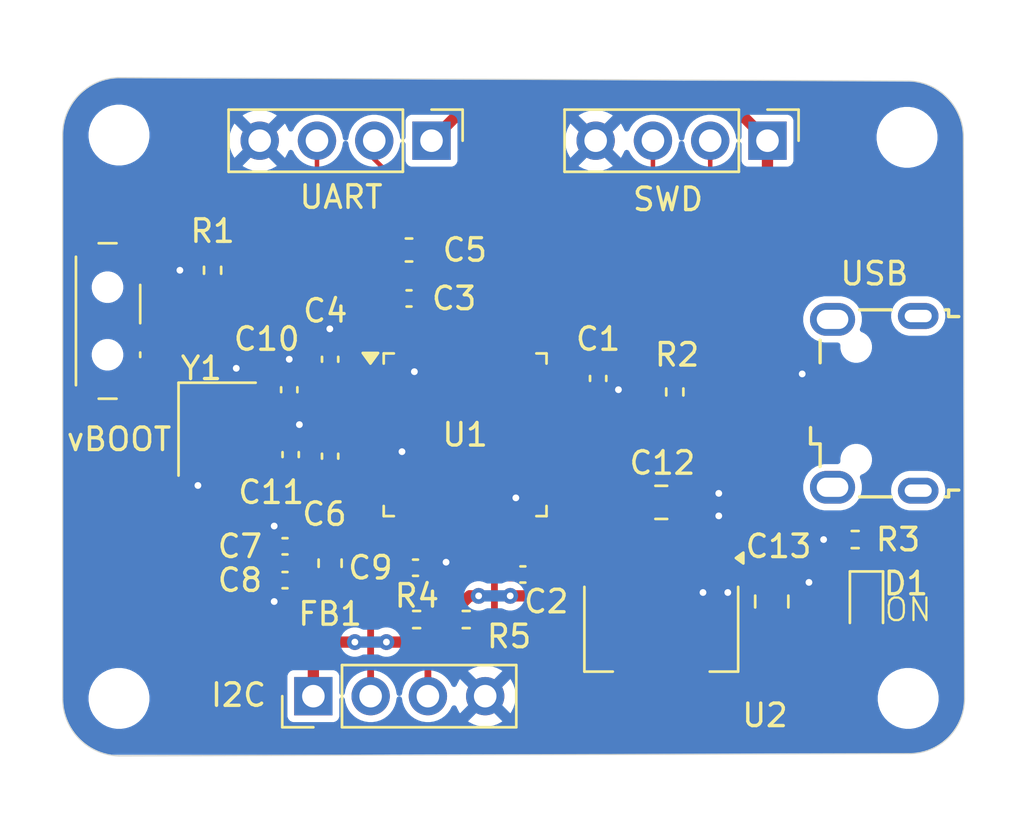
<source format=kicad_pcb>
(kicad_pcb (version 20241229) (generator "pcbnew") (generator_version "9.0")
  (layers (0 "F.Cu" signal) (2 "B.Cu" power) (13 "F.Paste" user) (15 "B.Paste" user) (5 "F.SilkS" user "F.Silkscreen") (7 "B.SilkS" user "B.Silkscreen") (1 "F.Mask" user) (3 "B.Mask" user) (25 "Edge.Cuts" user))
  (net 0 "")
  (net 1 "GND")
  (net 2 "+3.3V")
  (net 3 "+3.3VA")
  (net 4 "/NRST")
  (net 5 "/HSE_IN")
  (net 6 "/HSE_OUT")
  (net 7 "VBUS")
  (net 8 "/PWR_LED_K")
  (net 9 "/USB_D-")
  (net 10 "/USB_D+")
  (net 16 "/SWCLK")
  (net 17 "/SWDIO")
  (net 18 "/USART1_TX")
  (net 19 "/USART1_RX")
  (net 20 "/I2C2_SDA")
  (net 21 "/I2C2_SCL")
  (net 22 "/SW_BOOT0")
  (net 23 "/BOOT0")
  (footprint "Resistor_SMD:R_0402_1005Metric" (layer "F.Cu") (at 109.65 106 180)
    (property "Reference" "R5" (at -1.9 -0.75 0) (layer "F.SilkS"))
    (property "Value" "1k5")
    (fp_line (start -0.153641 0.38) (end 0.153641 0.38) (stroke (width 0.12)) (layer "F.SilkS"))
    (fp_line (start -0.153641 -0.38) (end 0.153641 -0.38) (stroke (width 0.12)) (layer "F.SilkS"))
    (pad "1" smd roundrect (at -0.51 0 180) (size 0.54 0.64) (layers "F.Cu" "F.Mask" "F.Paste") (net 20 "/I2C2_SDA"))
    (pad "2" smd roundrect (at 0.51 0 180) (size 0.54 0.64) (layers "F.Cu" "F.Mask" "F.Paste") (net 2 "+3.3V"))
  )
  (footprint "LED_SMD:LED_0603_1608Metric" (layer "F.Cu") (at 127.4 105.35 -90)
    (property "Reference" "D1" (at -0.95 -1.75 180) (layer "F.SilkS"))
    (property "Value" "RED")
    (fp_line (start -1.485 0.735) (end 0.8 0.735) (stroke (width 0.12)) (layer "F.SilkS"))
    (fp_line (start -1.485 -0.735) (end -1.485 0.735) (stroke (width 0.12)) (layer "F.SilkS"))
    (fp_line (start 0.8 -0.735) (end -1.485 -0.735) (stroke (width 0.12)) (layer "F.SilkS"))
    (pad "1" smd roundrect (at -0.7875 0 270) (size 0.875 0.95) (layers "F.Cu" "F.Mask" "F.Paste") (net 8 "/PWR_LED_K"))
    (pad "2" smd roundrect (at 0.7875 0 270) (size 0.875 0.95) (layers "F.Cu" "F.Mask" "F.Paste") (net 2 "+3.3V"))
  )
  (footprint "Connector_PinHeader_2.54mm:PinHeader_1x04_P2.54mm_Vertical" (layer "F.Cu") (at 102.87 109.4 90)
    (property "Reference" "I2C" (at 0.05 -3.32 180) (layer "F.SilkS"))
    (property "Value" "Conn_01x04_Pin")
    (fp_line (start -1.38 -1.38) (end 0 -1.38) (stroke (width 0.12)) (layer "F.SilkS"))
    (fp_line (start -1.38 0) (end -1.38 -1.38) (stroke (width 0.12)) (layer "F.SilkS"))
    (fp_line (start 1.38 1.27) (end 1.38 9) (stroke (width 0.12)) (layer "F.SilkS"))
    (fp_line (start -1.38 1.27) (end 1.38 1.27) (stroke (width 0.12)) (layer "F.SilkS"))
    (fp_line (start -1.38 1.27) (end -1.38 9) (stroke (width 0.12)) (layer "F.SilkS"))
    (fp_line (start -1.38 9) (end 1.38 9) (stroke (width 0.12)) (layer "F.SilkS"))
    (pad "1" thru_hole rect (at 0 0 90) (size 1.7 1.7) (drill 1) (layers "*.Cu" "*.Mask") (net 2 "+3.3V"))
    (pad "2" thru_hole circle (at 0 2.54 90) (size 1.7 1.7) (drill 1) (layers "*.Cu" "*.Mask") (net 21 "/I2C2_SCL"))
    (pad "3" thru_hole circle (at 0 5.08 90) (size 1.7 1.7) (drill 1) (layers "*.Cu" "*.Mask") (net 20 "/I2C2_SDA"))
    (pad "4" thru_hole circle (at 0 7.62 90) (size 1.7 1.7) (drill 1) (layers "*.Cu" "*.Mask") (net 1 "GND"))
  )
  (footprint "Capacitor_SMD:C_0402_1005Metric" (layer "F.Cu") (at 101.6125 102.75 180)
    (property "Reference" "C7" (at 2 0 0) (layer "F.SilkS"))
    (property "Value" "1u")
    (fp_line (start -0.107836 0.36) (end 0.107836 0.36) (stroke (width 0.12)) (layer "F.SilkS"))
    (fp_line (start -0.107836 -0.36) (end 0.107836 -0.36) (stroke (width 0.12)) (layer "F.SilkS"))
    (pad "1" smd roundrect (at -0.48 0 180) (size 0.56 0.62) (layers "F.Cu" "F.Mask" "F.Paste") (net 3 "+3.3VA"))
    (pad "2" smd roundrect (at 0.48 0 180) (size 0.56 0.62) (layers "F.Cu" "F.Mask" "F.Paste") (net 1 "GND"))
  )
  (footprint "Capacitor_SMD:C_0402_1005Metric" (layer "F.Cu") (at 107.1125 91.75)
    (property "Reference" "C3" (at 2 0 0) (layer "F.SilkS"))
    (property "Value" "100n")
    (fp_line (start -0.107836 -0.36) (end 0.107836 -0.36) (stroke (width 0.12)) (layer "F.SilkS"))
    (fp_line (start -0.107836 0.36) (end 0.107836 0.36) (stroke (width 0.12)) (layer "F.SilkS"))
    (pad "1" smd roundrect (at -0.48 0) (size 0.56 0.62) (layers "F.Cu" "F.Mask" "F.Paste") (net 2 "+3.3V"))
    (pad "2" smd roundrect (at 0.48 0) (size 0.56 0.62) (layers "F.Cu" "F.Mask" "F.Paste") (net 1 "GND"))
  )
  (footprint "Capacitor_SMD:C_0402_1005Metric" (layer "F.Cu") (at 112.1625 104 180)
    (property "Reference" "C2" (at -1.0375 -1.2 0) (layer "F.SilkS"))
    (property "Value" "100n")
    (fp_line (start -0.107836 0.36) (end 0.107836 0.36) (stroke (width 0.12)) (layer "F.SilkS"))
    (fp_line (start -0.107836 -0.36) (end 0.107836 -0.36) (stroke (width 0.12)) (layer "F.SilkS"))
    (pad "1" smd roundrect (at -0.48 0 180) (size 0.56 0.62) (layers "F.Cu" "F.Mask" "F.Paste") (net 2 "+3.3V"))
    (pad "2" smd roundrect (at 0.48 0 180) (size 0.56 0.62) (layers "F.Cu" "F.Mask" "F.Paste") (net 1 "GND"))
  )
  (footprint "Capacitor_SMD:C_0805_2012Metric" (layer "F.Cu") (at 123.2 105.2 90)
    (property "Reference" "C13" (at 2.45 0.3 180) (layer "F.SilkS"))
    (property "Value" "22u")
    (fp_line (start -0.261252 -0.735) (end 0.261252 -0.735) (stroke (width 0.12)) (layer "F.SilkS"))
    (fp_line (start -0.261252 0.735) (end 0.261252 0.735) (stroke (width 0.12)) (layer "F.SilkS"))
    (pad "1" smd roundrect (at -0.95 0 90) (size 1 1.45) (layers "F.Cu" "F.Mask" "F.Paste") (net 2 "+3.3V"))
    (pad "2" smd roundrect (at 0.95 0 90) (size 1 1.45) (layers "F.Cu" "F.Mask" "F.Paste") (net 1 "GND"))
  )
  (footprint "Capacitor_SMD:C_0402_1005Metric" (layer "F.Cu") (at 103.6125 98.75 90)
    (property "Reference" "C6" (at -2.57 -0.25 0) (layer "F.SilkS"))
    (property "Value" "10n")
    (fp_line (start -0.107836 -0.36) (end 0.107836 -0.36) (stroke (width 0.12)) (layer "F.SilkS"))
    (fp_line (start -0.107836 0.36) (end 0.107836 0.36) (stroke (width 0.12)) (layer "F.SilkS"))
    (pad "1" smd roundrect (at -0.48 0 90) (size 0.56 0.62) (layers "F.Cu" "F.Mask" "F.Paste") (net 3 "+3.3VA"))
    (pad "2" smd roundrect (at 0.48 0 90) (size 0.56 0.62) (layers "F.Cu" "F.Mask" "F.Paste") (net 1 "GND"))
  )
  (footprint "Button_Switch_SMD:SW_SPDT_PCM12" (layer "F.Cu") (at 94.07 92.75 -90)
    (property "Reference" "vBOOT" (at 5.25 -0.18 0) (layer "F.SilkS"))
    (property "Value" "SW_SPDT")
    (fp_line (start -2.85 1.73) (end 2.85 1.73) (stroke (width 0.12)) (layer "F.SilkS"))
    (fp_line (start 3.45 0.72) (end 3.45 -0.07) (stroke (width 0.12)) (layer "F.SilkS"))
    (fp_line (start -3.45 -0.07) (end -3.45 0.72) (stroke (width 0.12)) (layer "F.SilkS"))
    (fp_line (start -1.6 -1.12) (end 0.1 -1.12) (stroke (width 0.12)) (layer "F.SilkS"))
    (fp_line (start 1.4 -1.12) (end 1.6 -1.12) (stroke (width 0.12)) (layer "F.SilkS"))
    (pad "" smd rect (at -3.65 -0.78 270) (size 1 0.8) (layers "F.Cu" "F.Mask" "F.Paste"))
    (pad "" smd rect (at -3.65 1.43 270) (size 1 0.8) (layers "F.Cu" "F.Mask" "F.Paste"))
    (pad "" np_thru_hole circle (at -1.5 0.33 270) (size 0.9 0.9) (drill 0.9) (layers "*.Cu" "*.Mask"))
    (pad "" np_thru_hole circle (at 1.5 0.33 270) (size 0.9 0.9) (drill 0.9) (layers "*.Cu" "*.Mask"))
    (pad "" smd rect (at 3.65 -0.78 270) (size 1 0.8) (layers "F.Cu" "F.Mask" "F.Paste"))
    (pad "" smd rect (at 3.65 1.43 270) (size 1 0.8) (layers "F.Cu" "F.Mask" "F.Paste"))
    (pad "1" smd rect (at -2.25 -1.43 270) (size 0.7 1.5) (layers "F.Cu" "F.Mask" "F.Paste") (net 1 "GND"))
    (pad "2" smd rect (at 0.75 -1.43 270) (size 0.7 1.5) (layers "F.Cu" "F.Mask" "F.Paste") (net 22 "/SW_BOOT0"))
    (pad "3" smd rect (at 2.25 -1.43 270) (size 0.7 1.5) (layers "F.Cu" "F.Mask" "F.Paste") (net 2 "+3.3V"))
  )
  (footprint "Inductor_SMD:L_0603_1608Metric" (layer "F.Cu") (at 103.6125 103.5 -90)
    (property "Reference" "FB1" (at 2.25 0 180) (layer "F.SilkS"))
    (property "Value" "120R")
    (fp_line (start -0.162779 0.51) (end 0.162779 0.51) (stroke (width 0.12)) (layer "F.SilkS"))
    (fp_line (start -0.162779 -0.51) (end 0.162779 -0.51) (stroke (width 0.12)) (layer "F.SilkS"))
    (pad "1" smd roundrect (at -0.7875 0 270) (size 0.875 0.95) (layers "F.Cu" "F.Mask" "F.Paste") (net 3 "+3.3VA"))
    (pad "2" smd roundrect (at 0.7875 0 270) (size 0.875 0.95) (layers "F.Cu" "F.Mask" "F.Paste") (net 2 "+3.3V"))
  )
  (footprint "Capacitor_SMD:C_0402_1005Metric" (layer "F.Cu") (at 101.6125 104.25 180)
    (property "Reference" "C8" (at 2 0 0) (layer "F.SilkS"))
    (property "Value" "1u")
    (fp_line (start -0.107836 0.36) (end 0.107836 0.36) (stroke (width 0.12)) (layer "F.SilkS"))
    (fp_line (start -0.107836 -0.36) (end 0.107836 -0.36) (stroke (width 0.12)) (layer "F.SilkS"))
    (pad "1" smd roundrect (at -0.48 0 180) (size 0.56 0.62) (layers "F.Cu" "F.Mask" "F.Paste") (net 2 "+3.3V"))
    (pad "2" smd roundrect (at 0.48 0 180) (size 0.56 0.62) (layers "F.Cu" "F.Mask" "F.Paste") (net 1 "GND"))
  )
  (footprint "Capacitor_SMD:C_0402_1005Metric" (layer "F.Cu") (at 101.8 95.8 90)
    (property "Reference" "C10" (at 2.25 -1 180) (layer "F.SilkS"))
    (property "Value" "10p")
    (fp_line (start -0.107836 -0.36) (end 0.107836 -0.36) (stroke (width 0.12)) (layer "F.SilkS"))
    (fp_line (start -0.107836 0.36) (end 0.107836 0.36) (stroke (width 0.12)) (layer "F.SilkS"))
    (pad "1" smd roundrect (at -0.48 0 90) (size 0.56 0.62) (layers "F.Cu" "F.Mask" "F.Paste") (net 5 "/HSE_IN"))
    (pad "2" smd roundrect (at 0.48 0 90) (size 0.56 0.62) (layers "F.Cu" "F.Mask" "F.Paste") (net 1 "GND"))
  )
  (footprint "Resistor_SMD:R_0402_1005Metric" (layer "F.Cu") (at 126.9 102.45)
    (property "Reference" "R3" (at 1.9 0 0) (layer "F.SilkS"))
    (property "Value" "1k5")
    (fp_line (start -0.153641 -0.38) (end 0.153641 -0.38) (stroke (width 0.12)) (layer "F.SilkS"))
    (fp_line (start -0.153641 0.38) (end 0.153641 0.38) (stroke (width 0.12)) (layer "F.SilkS"))
    (pad "1" smd roundrect (at -0.51 0) (size 0.54 0.64) (layers "F.Cu" "F.Mask" "F.Paste") (net 1 "GND"))
    (pad "2" smd roundrect (at 0.51 0) (size 0.54 0.64) (layers "F.Cu" "F.Mask" "F.Paste") (net 8 "/PWR_LED_K"))
  )
  (footprint "Connector_PinHeader_2.54mm:PinHeader_1x04_P2.54mm_Vertical" (layer "F.Cu") (at 108.11 84.75 -90)
    (property "Reference" "UART" (at 2.5 4.01 0) (layer "F.SilkS"))
    (property "Value" "Conn_01x04_Pin")
    (fp_line (start -1.38 9) (end 1.38 9) (stroke (width 0.12)) (layer "F.SilkS"))
    (fp_line (start -1.38 1.27) (end -1.38 9) (stroke (width 0.12)) (layer "F.SilkS"))
    (fp_line (start -1.38 1.27) (end 1.38 1.27) (stroke (width 0.12)) (layer "F.SilkS"))
    (fp_line (start 1.38 1.27) (end 1.38 9) (stroke (width 0.12)) (layer "F.SilkS"))
    (fp_line (start -1.38 0) (end -1.38 -1.38) (stroke (width 0.12)) (layer "F.SilkS"))
    (fp_line (start -1.38 -1.38) (end 0 -1.38) (stroke (width 0.12)) (layer "F.SilkS"))
    (pad "1" thru_hole rect (at 0 0 270) (size 1.7 1.7) (drill 1) (layers "*.Cu" "*.Mask") (net 2 "+3.3V"))
    (pad "2" thru_hole circle (at 0 2.54 270) (size 1.7 1.7) (drill 1) (layers "*.Cu" "*.Mask") (net 18 "/USART1_TX"))
    (pad "3" thru_hole circle (at 0 5.08 270) (size 1.7 1.7) (drill 1) (layers "*.Cu" "*.Mask") (net 19 "/USART1_RX"))
    (pad "4" thru_hole circle (at 0 7.62 270) (size 1.7 1.7) (drill 1) (layers "*.Cu" "*.Mask") (net 1 "GND"))
  )
  (footprint "Capacitor_SMD:C_0402_1005Metric" (layer "F.Cu") (at 103.6125 94.45 90)
    (property "Reference" "C4" (at 2.15 -0.2125 0) (layer "F.SilkS"))
    (property "Value" "100n")
    (fp_line (start -0.107836 -0.36) (end 0.107836 -0.36) (stroke (width 0.12)) (layer "F.SilkS"))
    (fp_line (start -0.107836 0.36) (end 0.107836 0.36) (stroke (width 0.12)) (layer "F.SilkS"))
    (pad "1" smd roundrect (at -0.48 0 90) (size 0.56 0.62) (layers "F.Cu" "F.Mask" "F.Paste") (net 2 "+3.3V"))
    (pad "2" smd roundrect (at 0.48 0 90) (size 0.56 0.62) (layers "F.Cu" "F.Mask" "F.Paste") (net 1 "GND"))
  )
  (footprint "MountingHole:MountingHole_2.2mm_M2" (layer "F.Cu") (at 129.25 109.5)
    (property "Reference" "H3")
    (property "Value" "MountingHole")
    (pad "" np_thru_hole circle (at 0 0) (size 2.2 2.2) (drill 2.2) (layers "*.Cu" "*.Mask"))
  )
  (footprint "Resistor_SMD:R_0402_1005Metric" (layer "F.Cu") (at 98.4 90.5 90)
    (property "Reference" "R1" (at 1.74 0 180) (layer "F.SilkS"))
    (property "Value" "10k")
    (fp_line (start -0.153641 -0.38) (end 0.153641 -0.38) (stroke (width 0.12)) (layer "F.SilkS"))
    (fp_line (start -0.153641 0.38) (end 0.153641 0.38) (stroke (width 0.12)) (layer "F.SilkS"))
    (pad "1" smd roundrect (at -0.51 0 90) (size 0.54 0.64) (layers "F.Cu" "F.Mask" "F.Paste") (net 22 "/SW_BOOT0"))
    (pad "2" smd roundrect (at 0.51 0 90) (size 0.54 0.64) (layers "F.Cu" "F.Mask" "F.Paste") (net 23 "/BOOT0"))
  )
  (footprint "Connector_PinHeader_2.54mm:PinHeader_1x04_P2.54mm_Vertical" (layer "F.Cu") (at 123.01 84.75 -90)
    (property "Reference" "SWD" (at 2.6 4.41 180) (layer "F.SilkS"))
    (property "Value" "Conn_01x04_Pin")
    (fp_line (start -1.38 9) (end 1.38 9) (stroke (width 0.12)) (layer "F.SilkS"))
    (fp_line (start -1.38 1.27) (end -1.38 9) (stroke (width 0.12)) (layer "F.SilkS"))
    (fp_line (start -1.38 1.27) (end 1.38 1.27) (stroke (width 0.12)) (layer "F.SilkS"))
    (fp_line (start 1.38 1.27) (end 1.38 9) (stroke (width 0.12)) (layer "F.SilkS"))
    (fp_line (start -1.38 0) (end -1.38 -1.38) (stroke (width 0.12)) (layer "F.SilkS"))
    (fp_line (start -1.38 -1.38) (end 0 -1.38) (stroke (width 0.12)) (layer "F.SilkS"))
    (pad "1" thru_hole rect (at 0 0 270) (size 1.7 1.7) (drill 1) (layers "*.Cu" "*.Mask") (net 2 "+3.3V"))
    (pad "2" thru_hole circle (at 0 2.54 270) (size 1.7 1.7) (drill 1) (layers "*.Cu" "*.Mask") (net 17 "/SWDIO"))
    (pad "3" thru_hole circle (at 0 5.08 270) (size 1.7 1.7) (drill 1) (layers "*.Cu" "*.Mask") (net 16 "/SWCLK"))
    (pad "4" thru_hole circle (at 0 7.62 270) (size 1.7 1.7) (drill 1) (layers "*.Cu" "*.Mask") (net 1 "GND"))
  )
  (footprint "Package_QFP:LQFP-48_7x7mm_P0.5mm" (layer "F.Cu") (at 109.6 97.8)
    (property "Reference" "U1" (at 0 0 0) (layer "F.SilkS"))
    (property "Value" "STM32F103C8T6")
    (fp_line (start -3.61 -3.61) (end -3.61 -3.16) (stroke (width 0.12)) (layer "F.SilkS"))
    (fp_line (start -3.61 3.61) (end -3.61 3.16) (stroke (width 0.12)) (layer "F.SilkS"))
    (fp_line (start -3.16 -3.61) (end -3.61 -3.61) (stroke (width 0.12)) (layer "F.SilkS"))
    (fp_line (start -3.16 3.61) (end -3.61 3.61) (stroke (width 0.12)) (layer "F.SilkS"))
    (fp_line (start 3.16 -3.61) (end 3.61 -3.61) (stroke (width 0.12)) (layer "F.SilkS"))
    (fp_line (start 3.16 3.61) (end 3.61 3.61) (stroke (width 0.12)) (layer "F.SilkS"))
    (fp_line (start 3.61 -3.61) (end 3.61 -3.16) (stroke (width 0.12)) (layer "F.SilkS"))
    (fp_line (start 3.61 3.61) (end 3.61 3.16) (stroke (width 0.12)) (layer "F.SilkS"))
    (fp_poly (pts (xy -4.2 -3.16) (xy -4.54 -3.63) (xy -3.86 -3.63)) (stroke (width 0.12)) (fill yes) (layer "F.SilkS"))
    (pad "1" smd roundrect (at -4.1625 -2.75) (size 1.475 0.3) (layers "F.Cu" "F.Mask" "F.Paste") (net 2 "+3.3V"))
    (pad "2" smd roundrect (at -4.1625 -2.25) (size 1.475 0.3) (layers "F.Cu" "F.Mask" "F.Paste"))
    (pad "3" smd roundrect (at -4.1625 -1.75) (size 1.475 0.3) (layers "F.Cu" "F.Mask" "F.Paste"))
    (pad "4" smd roundrect (at -4.1625 -1.25) (size 1.475 0.3) (layers "F.Cu" "F.Mask" "F.Paste"))
    (pad "5" smd roundrect (at -4.1625 -0.75) (size 1.475 0.3) (layers "F.Cu" "F.Mask" "F.Paste") (net 5 "/HSE_IN"))
    (pad "6" smd roundrect (at -4.1625 -0.25) (size 1.475 0.3) (layers "F.Cu" "F.Mask" "F.Paste") (net 6 "/HSE_OUT"))
    (pad "7" smd roundrect (at -4.1625 0.25) (size 1.475 0.3) (layers "F.Cu" "F.Mask" "F.Paste") (net 4 "/NRST"))
    (pad "8" smd roundrect (at -4.1625 0.75) (size 1.475 0.3) (layers "F.Cu" "F.Mask" "F.Paste") (net 1 "GND"))
    (pad "9" smd roundrect (at -4.1625 1.25) (size 1.475 0.3) (layers "F.Cu" "F.Mask" "F.Paste") (net 3 "+3.3VA"))
    (pad "10" smd roundrect (at -4.1625 1.75) (size 1.475 0.3) (layers "F.Cu" "F.Mask" "F.Paste"))
    (pad "11" smd roundrect (at -4.1625 2.25) (size 1.475 0.3) (layers "F.Cu" "F.Mask" "F.Paste"))
    (pad "12" smd roundrect (at -4.1625 2.75) (size 1.475 0.3) (layers "F.Cu" "F.Mask" "F.Paste"))
    (pad "13" smd roundrect (at -2.75 4.1625) (size 0.3 1.475) (layers "F.Cu" "F.Mask" "F.Paste"))
    (pad "14" smd roundrect (at -2.25 4.1625) (size 0.3 1.475) (layers "F.Cu" "F.Mask" "F.Paste"))
    (pad "15" smd roundrect (at -1.75 4.1625) (size 0.3 1.475) (layers "F.Cu" "F.Mask" "F.Paste"))
    (pad "16" smd roundrect (at -1.25 4.1625) (size 0.3 1.475) (layers "F.Cu" "F.Mask" "F.Paste"))
    (pad "17" smd roundrect (at -0.75 4.1625) (size 0.3 1.475) (layers "F.Cu" "F.Mask" "F.Paste"))
    (pad "18" smd roundrect (at -0.25 4.1625) (size 0.3 1.475) (layers "F.Cu" "F.Mask" "F.Paste"))
    (pad "19" smd roundrect (at 0.25 4.1625) (size 0.3 1.475) (layers "F.Cu" "F.Mask" "F.Paste"))
    (pad "20" smd roundrect (at 0.75 4.1625) (size 0.3 1.475) (layers "F.Cu" "F.Mask" "F.Paste"))
    (pad "21" smd roundrect (at 1.25 4.1625) (size 0.3 1.475) (layers "F.Cu" "F.Mask" "F.Paste") (net 21 "/I2C2_SCL"))
    (pad "22" smd roundrect (at 1.75 4.1625) (size 0.3 1.475) (layers "F.Cu" "F.Mask" "F.Paste") (net 20 "/I2C2_SDA"))
    (pad "23" smd roundrect (at 2.25 4.1625) (size 0.3 1.475) (layers "F.Cu" "F.Mask" "F.Paste") (net 1 "GND"))
    (pad "24" smd roundrect (at 2.75 4.1625) (size 0.3 1.475) (layers "F.Cu" "F.Mask" "F.Paste") (net 2 "+3.3V"))
    (pad "25" smd roundrect (at 4.1625 2.75) (size 1.475 0.3) (layers "F.Cu" "F.Mask" "F.Paste"))
    (pad "26" smd roundrect (at 4.1625 2.25) (size 1.475 0.3) (layers "F.Cu" "F.Mask" "F.Paste"))
    (pad "27" smd roundrect (at 4.1625 1.75) (size 1.475 0.3) (layers "F.Cu" "F.Mask" "F.Paste"))
    (pad "28" smd roundrect (at 4.1625 1.25) (size 1.475 0.3) (layers "F.Cu" "F.Mask" "F.Paste"))
    (pad "29" smd roundrect (at 4.1625 0.75) (size 1.475 0.3) (layers "F.Cu" "F.Mask" "F.Paste"))
    (pad "30" smd roundrect (at 4.1625 0.25) (size 1.475 0.3) (layers "F.Cu" "F.Mask" "F.Paste"))
    (pad "31" smd roundrect (at 4.1625 -0.25) (size 1.475 0.3) (layers "F.Cu" "F.Mask" "F.Paste"))
    (pad "32" smd roundrect (at 4.1625 -0.75) (size 1.475 0.3) (layers "F.Cu" "F.Mask" "F.Paste") (net 9 "/USB_D-"))
    (pad "33" smd roundrect (at 4.1625 -1.25) (size 1.475 0.3) (layers "F.Cu" "F.Mask" "F.Paste") (net 10 "/USB_D+"))
    (pad "34" smd roundrect (at 4.1625 -1.75) (size 1.475 0.3) (layers "F.Cu" "F.Mask" "F.Paste") (net 17 "/SWDIO"))
    (pad "35" smd roundrect (at 4.1625 -2.25) (size 1.475 0.3) (layers "F.Cu" "F.Mask" "F.Paste") (net 1 "GND"))
    (pad "36" smd roundrect (at 4.1625 -2.75) (size 1.475 0.3) (layers "F.Cu" "F.Mask" "F.Paste") (net 2 "+3.3V"))
    (pad "37" smd roundrect (at 2.75 -4.1625) (size 0.3 1.475) (layers "F.Cu" "F.Mask" "F.Paste") (net 16 "/SWCLK"))
    (pad "38" smd roundrect (at 2.25 -4.1625) (size 0.3 1.475) (layers "F.Cu" "F.Mask" "F.Paste"))
    (pad "39" smd roundrect (at 1.75 -4.1625) (size 0.3 1.475) (layers "F.Cu" "F.Mask" "F.Paste"))
    (pad "40" smd roundrect (at 1.25 -4.1625) (size 0.3 1.475) (layers "F.Cu" "F.Mask" "F.Paste"))
    (pad "41" smd roundrect (at 0.75 -4.1625) (size 0.3 1.475) (layers "F.Cu" "F.Mask" "F.Paste"))
    (pad "42" smd roundrect (at 0.25 -4.1625) (size 0.3 1.475) (layers "F.Cu" "F.Mask" "F.Paste") (net 18 "/USART1_TX"))
    (pad "43" smd roundrect (at -0.25 -4.1625) (size 0.3 1.475) (layers "F.Cu" "F.Mask" "F.Paste") (net 19 "/USART1_RX"))
    (pad "44" smd roundrect (at -0.75 -4.1625) (size 0.3 1.475) (layers "F.Cu" "F.Mask" "F.Paste") (net 23 "/BOOT0"))
    (pad "45" smd roundrect (at -1.25 -4.1625) (size 0.3 1.475) (layers "F.Cu" "F.Mask" "F.Paste"))
    (pad "46" smd roundrect (at -1.75 -4.1625) (size 0.3 1.475) (layers "F.Cu" "F.Mask" "F.Paste"))
    (pad "47" smd roundrect (at -2.25 -4.1625) (size 0.3 1.475) (layers "F.Cu" "F.Mask" "F.Paste") (net 1 "GND"))
    (pad "48" smd roundrect (at -2.75 -4.1625) (size 0.3 1.475) (layers "F.Cu" "F.Mask" "F.Paste") (net 2 "+3.3V"))
  )
  (footprint "Crystal:Crystal_SMD_3225-4Pin_3.2x2.5mm" (layer "F.Cu") (at 98.6 97.55 -90)
    (property "Reference" "Y1" (at -2.7 0.7 180) (layer "F.SilkS"))
    (property "Value" "16MHz")
    (fp_line (start -2.06 1.71) (end 2.06 1.71) (stroke (width 0.12)) (layer "F.SilkS"))
    (fp_line (start -2.06 -1.71) (end -2.06 1.71) (stroke (width 0.12)) (layer "F.SilkS"))
    (pad "1" smd roundrect (at -1.1 0.85 270) (size 1.4 1.2) (layers "F.Cu" "F.Mask" "F.Paste") (roundrect_rratio 0.208333) (net 5 "/HSE_IN"))
    (pad "2" smd roundrect (at 1.1 0.85 270) (size 1.4 1.2) (layers "F.Cu" "F.Mask" "F.Paste") (roundrect_rratio 0.208333) (net 1 "GND"))
    (pad "3" smd roundrect (at 1.1 -0.85 270) (size 1.4 1.2) (layers "F.Cu" "F.Mask" "F.Paste") (roundrect_rratio 0.208333) (net 6 "/HSE_OUT"))
    (pad "4" smd roundrect (at -1.1 -0.85 270) (size 1.4 1.2) (layers "F.Cu" "F.Mask" "F.Paste") (roundrect_rratio 0.208333) (net 1 "GND"))
  )
  (footprint "MountingHole:MountingHole_2.2mm_M2" (layer "F.Cu") (at 129.2 84.6)
    (property "Reference" "H2")
    (property "Value" "MountingHole")
    (pad "" np_thru_hole circle (at 0 0) (size 2.2 2.2) (drill 2.2) (layers "*.Cu" "*.Mask"))
  )
  (footprint "Capacitor_SMD:C_0402_1005Metric" (layer "F.Cu") (at 107.4 103.7)
    (property "Reference" "C9" (at -2 0 0) (layer "F.SilkS"))
    (property "Value" "100n")
    (fp_line (start -0.107836 -0.36) (end 0.107836 -0.36) (stroke (width 0.12)) (layer "F.SilkS"))
    (fp_line (start -0.107836 0.36) (end 0.107836 0.36) (stroke (width 0.12)) (layer "F.SilkS"))
    (pad "1" smd roundrect (at -0.48 0) (size 0.56 0.62) (layers "F.Cu" "F.Mask" "F.Paste") (net 4 "/NRST"))
    (pad "2" smd roundrect (at 0.48 0) (size 0.56 0.62) (layers "F.Cu" "F.Mask" "F.Paste") (net 1 "GND"))
  )
  (footprint "Resistor_SMD:R_0402_1005Metric" (layer "F.Cu") (at 118.9 95.9 -90)
    (property "Reference" "R2" (at -1.65 -0.1 0) (layer "F.SilkS"))
    (property "Value" "1k5")
    (fp_line (start -0.153641 0.38) (end 0.153641 0.38) (stroke (width 0.12)) (layer "F.SilkS"))
    (fp_line (start -0.153641 -0.38) (end 0.153641 -0.38) (stroke (width 0.12)) (layer "F.SilkS"))
    (pad "1" smd roundrect (at -0.51 0 270) (size 0.54 0.64) (layers "F.Cu" "F.Mask" "F.Paste") (net 2 "+3.3V"))
    (pad "2" smd roundrect (at 0.51 0 270) (size 0.54 0.64) (layers "F.Cu" "F.Mask" "F.Paste") (net 10 "/USB_D+"))
  )
  (footprint "MountingHole:MountingHole_2.2mm_M2" (layer "F.Cu") (at 94.25 109.5)
    (property "Reference" "H4")
    (property "Value" "MountingHole")
    (pad "" np_thru_hole circle (at 0 0) (size 2.2 2.2) (drill 2.2) (layers "*.Cu" "*.Mask"))
  )
  (footprint "Capacitor_SMD:C_0402_1005Metric" (layer "F.Cu") (at 101.8625 98.68 90)
    (property "Reference" "C11" (at -1.67 -0.8625 180) (layer "F.SilkS"))
    (property "Value" "10p")
    (fp_line (start -0.107836 -0.36) (end 0.107836 -0.36) (stroke (width 0.12)) (layer "F.SilkS"))
    (fp_line (start -0.107836 0.36) (end 0.107836 0.36) (stroke (width 0.12)) (layer "F.SilkS"))
    (pad "1" smd roundrect (at -0.48 0 90) (size 0.56 0.62) (layers "F.Cu" "F.Mask" "F.Paste") (net 6 "/HSE_OUT"))
    (pad "2" smd roundrect (at 0.48 0 90) (size 0.56 0.62) (layers "F.Cu" "F.Mask" "F.Paste") (net 1 "GND"))
  )
  (footprint "Connector_USB:USB_Micro-B_Wuerth_629105150521" (layer "F.Cu") (at 127.745 96.405 90)
    (property "Reference" "USB" (at 5.755 0.005 180) (layer "F.SilkS"))
    (property "Value" "USB_B_Micro")
    (fp_line (start -1.075 -2.825) (end -1.8 -2.825) (stroke (width 0.15)) (layer "F.SilkS"))
    (fp_line (start -1.8 -2.825) (end -1.8 -2.4) (stroke (width 0.15)) (layer "F.SilkS"))
    (fp_line (start 1.8 -2.4) (end 2.8 -2.4) (stroke (width 0.15)) (layer "F.SilkS"))
    (fp_line (start -1.8 -2.4) (end -2.8 -2.4) (stroke (width 0.15)) (layer "F.SilkS"))
    (fp_line (start -4.15 -0.65) (end -4.15 0.75) (stroke (width 0.15)) (layer "F.SilkS"))
    (fp_line (start 4.15 0.75) (end 4.15 -0.65) (stroke (width 0.15)) (layer "F.SilkS"))
    (fp_line (start -4.15 3.15) (end -4.15 3.3) (stroke (width 0.15)) (layer "F.SilkS"))
    (fp_line (start 4.15 3.3) (end 4.15 3.15) (stroke (width 0.15)) (layer "F.SilkS"))
    (fp_line (start 3.85 3.3) (end 4.15 3.3) (stroke (width 0.15)) (layer "F.SilkS"))
    (fp_line (start -3.85 3.3) (end -3.85 3.75) (stroke (width 0.15)) (layer "F.SilkS"))
    (fp_line (start -4.15 3.3) (end -3.85 3.3) (stroke (width 0.15)) (layer "F.SilkS"))
    (fp_line (start 3.85 3.75) (end 3.85 3.3) (stroke (width 0.15)) (layer "F.SilkS"))
    (pad "" np_thru_hole oval (at -2.5 -0.8 90) (size 0.8 0.8) (drill 0.8) (layers "*.Cu" "*.Mask"))
    (pad "" np_thru_hole oval (at 2.5 -0.8 90) (size 0.8 0.8) (drill 0.8) (layers "*.Cu" "*.Mask"))
    (pad "1" smd rect (at -1.3 -1.9 90) (size 0.45 1.3) (layers "F.Cu" "F.Mask" "F.Paste") (net 7 "VBUS"))
    (pad "2" smd rect (at -0.65 -1.9 90) (size 0.45 1.3) (layers "F.Cu" "F.Mask" "F.Paste") (net 9 "/USB_D-"))
    (pad "3" smd rect (at 0 -1.9 90) (size 0.45 1.3) (layers "F.Cu" "F.Mask" "F.Paste") (net 10 "/USB_D+"))
    (pad "4" smd rect (at 0.65 -1.9 90) (size 0.45 1.3) (layers "F.Cu" "F.Mask" "F.Paste"))
    (pad "5" smd rect (at 1.3 -1.9 90) (size 0.45 1.3) (layers "F.Cu" "F.Mask" "F.Paste") (net 1 "GND"))
    (pad "6" thru_hole oval (at -3.875 1.95 90) (size 1.15 1.8) (drill oval 0.55 1.2) (property pad_prop_heatsink) (layers "*.Cu" "*.Mask"))
    (pad "6" thru_hole oval (at -3.725 -1.85 90) (size 1.45 2) (drill oval 0.85 1.4) (property pad_prop_heatsink) (layers "*.Cu" "*.Mask"))
    (pad "6" thru_hole oval (at 3.725 -1.85 90) (size 1.45 2) (drill oval 0.85 1.4) (property pad_prop_heatsink) (layers "*.Cu" "*.Mask"))
    (pad "6" thru_hole oval (at 3.875 1.95 90) (size 1.15 1.8) (drill oval 0.55 1.2) (property pad_prop_heatsink) (layers "*.Cu" "*.Mask"))
  )
  (footprint "MountingHole:MountingHole_2.2mm_M2" (layer "F.Cu") (at 94.25 84.5)
    (property "Reference" "H1")
    (property "Value" "MountingHole")
    (pad "" np_thru_hole circle (at 0 0) (size 2.2 2.2) (drill 2.2) (layers "*.Cu" "*.Mask"))
  )
  (footprint "Capacitor_SMD:C_0402_1005Metric" (layer "F.Cu") (at 115.5 95.3 -90)
    (property "Reference" "C1" (at -1.75 0 180) (layer "F.SilkS"))
    (property "Value" "100n")
    (fp_line (start -0.107836 0.36) (end 0.107836 0.36) (stroke (width 0.12)) (layer "F.SilkS"))
    (fp_line (start -0.107836 -0.36) (end 0.107836 -0.36) (stroke (width 0.12)) (layer "F.SilkS"))
    (pad "1" smd roundrect (at -0.48 0 270) (size 0.56 0.62) (layers "F.Cu" "F.Mask" "F.Paste") (net 2 "+3.3V"))
    (pad "2" smd roundrect (at 0.48 0 270) (size 0.56 0.62) (layers "F.Cu" "F.Mask" "F.Paste") (net 1 "GND"))
  )
  (footprint "Capacitor_SMD:C_0805_2012Metric" (layer "F.Cu") (at 118.3 100.8)
    (property "Reference" "C12" (at 0.05 -1.75 0) (layer "F.SilkS"))
    (property "Value" "22u")
    (fp_line (start -0.261252 -0.735) (end 0.261252 -0.735) (stroke (width 0.12)) (layer "F.SilkS"))
    (fp_line (start -0.261252 0.735) (end 0.261252 0.735) (stroke (width 0.12)) (layer "F.SilkS"))
    (pad "1" smd roundrect (at -0.95 0) (size 1 1.45) (layers "F.Cu" "F.Mask" "F.Paste") (net 7 "VBUS"))
    (pad "2" smd roundrect (at 0.95 0) (size 1 1.45) (layers "F.Cu" "F.Mask" "F.Paste") (net 1 "GND"))
  )
  (footprint "Resistor_SMD:R_0402_1005Metric" (layer "F.Cu") (at 107.45 106)
    (property "Reference" "R4" (at 0.0125 -1.05 0) (layer "F.SilkS"))
    (property "Value" "1k5")
    (fp_line (start -0.153641 -0.38) (end 0.153641 -0.38) (stroke (width 0.12)) (layer "F.SilkS"))
    (fp_line (start -0.153641 0.38) (end 0.153641 0.38) (stroke (width 0.12)) (layer "F.SilkS"))
    (pad "1" smd roundrect (at -0.51 0) (size 0.54 0.64) (layers "F.Cu" "F.Mask" "F.Paste") (net 21 "/I2C2_SCL"))
    (pad "2" smd roundrect (at 0.51 0) (size 0.54 0.64) (layers "F.Cu" "F.Mask" "F.Paste") (net 2 "+3.3V"))
  )
  (footprint "Package_TO_SOT_SMD:SOT-223-3_TabPin2" (layer "F.Cu") (at 118.3 106.4 -90)
    (property "Reference" "U2" (at 3.85 -4.6 180) (layer "F.SilkS"))
    (property "Value" "AMS1117-3.3")
    (fp_line (start -1.85 3.41) (end 1.91 3.41) (stroke (width 0.12)) (layer "F.SilkS"))
    (fp_line (start 1.91 3.41) (end 1.91 2.15) (stroke (width 0.12)) (layer "F.SilkS"))
    (fp_line (start -1.85 -3.41) (end 1.91 -3.41) (stroke (width 0.12)) (layer "F.SilkS"))
    (fp_line (start 1.91 -3.41) (end 1.91 -2.15) (stroke (width 0.12)) (layer "F.SilkS"))
    (fp_poly (pts (xy -3.13 -3.31) (xy -3.37 -3.64) (xy -2.89 -3.64) (xy -3.13 -3.31)) (stroke (width 0.12)) (fill yes) (layer "F.SilkS"))
    (pad "1" smd roundrect (at -3.15 -2.3 270) (size 2 1.5) (layers "F.Cu" "F.Mask" "F.Paste") (net 1 "GND"))
    (pad "2" smd roundrect (at -3.15 0 270) (size 2 1.5) (layers "F.Cu" "F.Mask" "F.Paste") (net 2 "+3.3V"))
    (pad "2" smd roundrect (at 3.15 0 270) (size 2 3.8) (layers "F.Cu" "F.Mask" "F.Paste") (net 2 "+3.3V"))
    (pad "3" smd roundrect (at -3.15 2.3 270) (size 2 1.5) (layers "F.Cu" "F.Mask" "F.Paste") (net 7 "VBUS"))
  )
  (footprint "Capacitor_SMD:C_0603_1608Metric" (layer "F.Cu") (at 107.1125 89.6)
    (property "Reference" "C5" (at 2.475 0 0) (layer "F.SilkS"))
    (property "Value" "10u")
    (fp_line (start -0.14058 -0.51) (end 0.14058 -0.51) (stroke (width 0.12)) (layer "F.SilkS"))
    (fp_line (start -0.14058 0.51) (end 0.14058 0.51) (stroke (width 0.12)) (layer "F.SilkS"))
    (pad "1" smd roundrect (at -0.775 0) (size 0.9 0.95) (layers "F.Cu" "F.Mask" "F.Paste") (net 2 "+3.3V"))
    (pad "2" smd roundrect (at 0.775 0) (size 0.9 0.95) (layers "F.Cu" "F.Mask" "F.Paste") (net 1 "GND"))
  )
  (gr_arc (start 91.75 84.5) (mid 92.458133 82.736474) (end 94.189235 81.952407) (stroke (width 0.05)) (layer "Edge.Cuts"))
  (gr_line (start 131.75 109.5) (end 131.7 84.5) (stroke (width 0.05)) (layer "Edge.Cuts"))
  (gr_arc (start 94.24901 112.04949) (mid 92.478939 111.285003) (end 91.75 109.5) (stroke (width 0.05)) (layer "Edge.Cuts"))
  (gr_arc (start 131.75 109.5) (mid 131.015004 111.249646) (end 129.25101 111.94951) (stroke (width 0.05)) (layer "Edge.Cuts"))
  (gr_line (start 94.24901 112.04949) (end 129.25101 111.94951) (stroke (width 0.05)) (layer "Edge.Cuts"))
  (gr_arc (start 129.25003 82.098501) (mid 130.951417 82.813233) (end 131.7 84.5) (stroke (width 0.05)) (layer "Edge.Cuts"))
  (gr_line (start 91.75 84.5) (end 91.75 109.5) (stroke (width 0.05)) (layer "Edge.Cuts"))
  (gr_line (start 129.25 82.1) (end 94.189235 81.952407) (stroke (width 0.05)) (layer "Edge.Cuts"))
  (gr_text "ON" (at 128.135 106.15 0) (layer "F.SilkS") (effects (font (size 1 1) (thickness 0.1) (bold yes)) (justify left bottom)))
  (segment (start 115 95.8) (end 115.02 95.78) (width 0.3) (layer "F.Cu") (net 1))
  (segment (start 107.35 93.6375) (end 107.35 95) (width 0.3) (layer "F.Cu") (net 1))
  (segment (start 111.85 101.9625) (end 111.85 103.8325) (width 0.3) (layer "F.Cu") (net 1))
  (segment (start 107.5925 90.8075) (end 107.5925 91.75) (width 0.5) (layer "F.Cu") (net 1))
  (segment (start 107.5925 92.3925) (end 107.5925 91.75) (width 0.3) (layer "F.Cu") (net 1))
  (segment (start 101.1325 101.85) (end 101.1325 102.75) (width 0.3) (layer "F.Cu") (net 1))
  (segment (start 115.02 95.78) (end 115.5 95.78) (width 0.3) (layer "F.Cu") (net 1))
  (segment (start 107.35 92.65) (end 107.6 92.4) (width 0.3) (layer "F.Cu") (net 1))
  (segment (start 104.27 98.27) (end 103.6125 98.27) (width 0.3) (layer "F.Cu") (net 1))
  (segment (start 101.8 95.32) (end 101.8 94.45) (width 0.3) (layer "F.Cu") (net 1))
  (segment (start 125.5 102.45) (end 126.39 102.45) (width 0.5) (layer "F.Cu") (net 1))
  (segment (start 107.8875 89.6) (end 107.8875 90.5125) (width 0.5) (layer "F.Cu") (net 1))
  (segment (start 107.6 92.4) (end 107.5925 92.3925) (width 0.3) (layer "F.Cu") (net 1))
  (segment (start 101.8625 97.7375) (end 102.25 97.35) (width 0.3) (layer "F.Cu") (net 1))
  (segment (start 125.845 95.105) (end 124.555 95.105) (width 0.3) (layer "F.Cu") (net 1))
  (segment (start 107.8875 90.5125) (end 107.5925 90.8075) (width 0.5) (layer "F.Cu") (net 1))
  (segment (start 114.75 95.55) (end 115 95.8) (width 0.3) (layer "F.Cu") (net 1))
  (segment (start 111.85 101.9625) (end 111.85 100.6) (width 0.3) (layer "F.Cu") (net 1))
  (segment (start 101.8625 98.2) (end 101.8625 97.7375) (width 0.3) (layer "F.Cu") (net 1))
  (segment (start 105.4375 98.55) (end 106.8 98.55) (width 0.3) (layer "F.Cu") (net 1))
  (segment (start 105.4375 98.55) (end 104.55 98.55) (width 0.3) (layer "F.Cu") (net 1))
  (segment (start 124.555 95.105) (end 124.55 95.1) (width 0.3) (layer "F.Cu") (net 1))
  (segment (start 103.6125 93.1125) (end 103.6 93.1) (width 0.3) (layer "F.Cu") (net 1))
  (segment (start 113.7625 95.55) (end 114.75 95.55) (width 0.3) (layer "F.Cu") (net 1))
  (segment (start 104.55 98.55) (end 104.27 98.27) (width 0.3) (layer "F.Cu") (net 1))
  (segment (start 97.75 98.65) (end 97.75 100.05) (width 0.5) (layer "F.Cu") (net 1))
  (segment (start 107.88 103.7) (end 108.51005 103.7) (width 0.5) (layer "F.Cu") (net 1))
  (segment (start 116.38 95.78) (end 116.4 95.8) (width 0.3) (layer "F.Cu") (net 1))
  (segment (start 103.6125 93.97) (end 103.6125 93.1125) (width 0.3) (layer "F.Cu") (net 1))
  (segment (start 107.35 93.6375) (end 107.35 92.65) (width 0.3) (layer "F.Cu") (net 1))
  (segment (start 108.51005 103.7) (end 108.755025 103.455025) (width 0.5) (layer "F.Cu") (net 1))
  (segment (start 99.45 96.45) (end 99.45 94.85) (width 0.5) (layer "F.Cu") (net 1))
  (segment (start 95.5 90.5) (end 96.95 90.5) (width 0.3) (layer "F.Cu") (net 1))
  (segment (start 101.1325 105.2) (end 101.1325 104.25) (width 0.3) (layer "F.Cu") (net 1))
  (segment (start 115.5 95.78) (end 116.38 95.78) (width 0.3) (layer "F.Cu") (net 1))
  (segment (start 111.85 103.8325) (end 111.6825 104) (width 0.3) (layer "F.Cu") (net 1))
  (via (at 97.75 100.05) (size 0.7) (drill 0.3) (layers "F.Cu" "B.Cu") (net 1))
  (via (at 124.85 104.35) (size 0.7) (drill 0.3) (layers "F.Cu" "B.Cu") (net 1))
  (via (at 111.85 100.6) (size 0.7) (drill 0.3) (layers "F.Cu" "B.Cu") (net 1))
  (via (at 106.8 98.55) (size 0.7) (drill 0.3) (layers "F.Cu" "B.Cu") (net 1))
  (via (at 124.55 95.1) (size 0.7) (drill 0.3) (layers "F.Cu" "B.Cu") (net 1))
  (via (at 103.6 93.1) (size 0.7) (drill 0.3) (layers "F.Cu" "B.Cu") (net 1))
  (via (at 107.35 95) (size 0.7) (drill 0.3) (layers "F.Cu" "B.Cu") (net 1))
  (via (at 96.95 90.5) (size 0.7) (drill 0.3) (layers "F.Cu" "B.Cu") (net 1))
  (via (at 101.1325 105.2) (size 0.7) (drill 0.3) (layers "F.Cu" "B.Cu") (net 1))
  (via (at 99.45 94.85) (size 0.7) (drill 0.3) (layers "F.Cu" "B.Cu") (net 1))
  (via (at 101.8 94.45) (size 0.7) (drill 0.3) (layers "F.Cu" "B.Cu") (net 1))
  (via (at 121.25 104.8) (size 0.7) (drill 0.3) (layers "F.Cu" "B.Cu") (net 1))
  (via (at 125.5 102.45) (size 0.7) (drill 0.3) (layers "F.Cu" "B.Cu") (net 1))
  (via (at 108.755025 103.455025) (size 0.7) (drill 0.3) (layers "F.Cu" "B.Cu") (net 1))
  (via (at 116.4 95.8) (size 0.7) (drill 0.3) (layers "F.Cu" "B.Cu") (net 1))
  (via (at 101.1325 101.85) (size 0.7) (drill 0.3) (layers "F.Cu" "B.Cu") (net 1))
  (via (at 120.85 101.4) (size 0.7) (drill 0.3) (layers "F.Cu" "B.Cu") (net 1))
  (via (at 102.25 97.35) (size 0.7) (drill 0.3) (layers "F.Cu" "B.Cu") (net 1))
  (via (at 120.85 100.4) (size 0.7) (drill 0.3) (layers "F.Cu" "B.Cu") (net 1))
  (via (at 120.15 104.8) (size 0.7) (drill 0.3) (layers "F.Cu" "B.Cu") (net 1))
  (segment (start 125.5 110.95) (end 124.85 111.6) (width 0.5) (layer "F.Cu") (net 2))
  (segment (start 115.5 94.82) (end 117.17 94.82) (width 0.3) (layer "F.Cu") (net 2))
  (segment (start 104.71 107) (end 99.15 107) (width 0.5) (layer "F.Cu") (net 2))
  (segment (start 97.5 95) (end 95.5 95) (width 0.5) (layer "F.Cu") (net 2))
  (segment (start 104.7 92.75) (end 105.15 93.2) (width 0.5) (layer "F.Cu") (net 2))
  (segment (start 106.6325 90.8325) (end 106.6325 91.75) (width 0.5) (layer "F.Cu") (net 2))
  (segment (start 127.3875 106.15) (end 127.4 106.1375) (width 0.5) (layer "F.Cu") (net 2))
  (segment (start 112.35 101.9625) (end 112.35 102.75) (width 0.3) (layer "F.Cu") (net 2))
  (segment (start 114.75 95.05) (end 115 94.8) (width 0.3) (layer "F.Cu") (net 2))
  (segment (start 125.5 106.15) (end 125.5 107.35) (width 0.5) (layer "F.Cu") (net 2))
  (segment (start 102.9 89.6) (end 97.5 95) (width 0.5) (layer "F.Cu") (net 2))
  (segment (start 105.4375 95.05) (end 103.7325 95.05) (width 0.3) (layer "F.Cu") (net 2))
  (segment (start 112.6425 109.4425) (end 112.6425 104.95) (width 0.5) (layer "F.Cu") (net 2))
  (segment (start 103.6125 104.2875) (end 103.6125 105.2875) (width 0.5) (layer "F.Cu") (net 2))
  (segment (start 109.76 83.1) (end 115.65 83.1) (width 0.5) (layer "F.Cu") (net 2))
  (segment (start 106.85 92.65) (end 106.6 92.4) (width 0.3) (layer "F.Cu") (net 2))
  (segment (start 106.3375 89.6) (end 104.7 89.6) (width 0.5) (layer "F.Cu") (net 2))
  (segment (start 103.6125 105.2875) (end 102.87 106.03) (width 0.5) (layer "F.Cu") (net 2))
  (segment (start 112.6425 103.0425) (end 112.35 102.75) (width 0.3) (layer "F.Cu") (net 2))
  (segment (start 112.6425 104.95) (end 112.6425 104) (width 0.5) (layer "F.Cu") (net 2))
  (segment (start 115.02 94.82) (end 115.5 94.82) (width 0.3) (layer "F.Cu") (net 2))
  (segment (start 113.7625 95.05) (end 114.75 95.05) (width 0.3) (layer "F.Cu") (net 2))
  (segment (start 115 94.8) (end 115.02 94.82) (width 0.3) (layer "F.Cu") (net 2))
  (segment (start 115.65 83.1) (end 117.45 83.1) (width 0.5) (layer "F.Cu") (net 2))
  (segment (start 106.3375 90.5375) (end 106.6325 90.8325) (width 0.5) (layer "F.Cu") (net 2))
  (segment (start 106.6325 92.3675) (end 106.6325 91.75) (width 0.3) (layer "F.Cu") (net 2))
  (segment (start 102.0925 104.25) (end 103.575 104.25) (width 0.5) (layer "F.Cu") (net 2))
  (segment (start 112.6425 104) (end 112.6425 103.0425) (width 0.3) (layer "F.Cu") (net 2))
  (segment (start 106.85 93.6375) (end 106.85 92.65) (width 0.3) (layer "F.Cu") (net 2))
  (segment (start 123.2 106.15) (end 125.5 106.15) (width 0.5) (layer "F.Cu") (net 2))
  (segment (start 129.85 106.1) (end 129.85 102.6) (width 0.5) (layer "F.Cu") (net 2))
  (segment (start 107.96 106) (end 107.96 106.319999) (width 0.5) (layer "F.Cu") (net 2))
  (segment (start 104.7 89.6) (end 102.9 89.6) (width 0.5) (layer "F.Cu") (net 2))
  (segment (start 121.36 83.1) (end 123.01 84.75) (width 0.5) (layer "F.Cu") (net 2))
  (segment (start 119.86 95.39) (end 126.1 89.15) (width 0.3) (layer "F.Cu") (net 2))
  (segment (start 124.85 111.6) (end 114.8 111.6) (width 0.5) (layer "F.Cu") (net 2))
  (segment (start 109.14 105.61) (end 109.14 106) (width 0.5) (layer "F.Cu") (net 2))
  (segment (start 123.01 86.06) (end 123.01 84.75) (width 0.5) (layer "F.Cu") (net 2))
  (segment (start 105.15 93.2) (end 105.15 94.7625) (width 0.5) (layer "F.Cu") (net 2))
  (segment (start 103.575 104.25) (end 103.6125 104.2875) (width 0.5) (layer "F.Cu") (net 2))
  (segment (start 128.6 107.35) (end 129.85 106.1) (width 0.5) (layer "F.Cu") (net 2))
  (segment (start 117.17 94.82) (end 117.74 95.39) (width 0.3) (layer "F.Cu") (net 2))
  (segment (start 99.15 107) (end 96.25 104.1) (width 0.5) (layer "F.Cu") (net 2))
  (segment (start 112.6425 104.95) (end 111.6 104.95) (width 0.5) (layer "F.Cu") (net 2))
  (segment (start 126.1 89.15) (end 123.01 86.06) (width 0.5) (layer "F.Cu") (net 2))
  (segment (start 125.5 106.15) (end 127.3875 106.15) (width 0.5) (layer "F.Cu") (net 2))
  (segment (start 102.87 106.03) (end 102.87 109.4) (width 0.5) (layer "F.Cu") (net 2))
  (segment (start 106.3375 89.6) (end 106.3375 90.5375) (width 0.5) (layer "F.Cu") (net 2))
  (segment (start 105.15 94.7625) (end 105.3365 94.949) (width 0.5) (layer "F.Cu") (net 2))
  (segment (start 103.7325 95.05) (end 103.6125 94.93) (width 0.3) (layer "F.Cu") (net 2))
  (segment (start 117.45 83.1) (end 121.36 83.1) (width 0.5) (layer "F.Cu") (net 2))
  (segment (start 118.9 95.39) (end 119.86 95.39) (width 0.3) (layer "F.Cu") (net 2))
  (segment (start 108.11 84.75) (end 109.76 83.1) (width 0.5) (layer "F.Cu") (net 2))
  (segment (start 107.96 106) (end 109.14 106) (width 0.5) (layer "F.Cu") (net 2))
  (segment (start 117.74 95.39) (end 118.9 95.39) (width 0.3) (layer "F.Cu") (net 2))
  (segment (start 104.7 89.6) (end 104.7 92.75) (width 0.5) (layer "F.Cu") (net 2))
  (segment (start 96.25 104.1) (end 96.25 95.75) (width 0.5) (layer "F.Cu") (net 2))
  (segment (start 125.5 107.35) (end 125.5 110.95) (width 0.5) (layer "F.Cu") (net 2))
  (segment (start 107.96 106.319999) (end 107.279999 107) (width 0.5) (layer "F.Cu") (net 2))
  (segment (start 125.5 107.35) (end 128.6 107.35) (width 0.5) (layer "F.Cu") (net 2))
  (segment (start 105.3365 94.949) (end 105.4375 94.949) (width 0.5) (layer "F.Cu") (net 2))
  (segment (start 107.279999 107) (end 106.11 107) (width 0.5) (layer "F.Cu") (net 2))
  (segment (start 106.6 92.4) (end 106.6325 92.3675) (width 0.3) (layer "F.Cu") (net 2))
  (segment (start 128.1 100.85) (end 128.1 91.15) (width 0.5) (layer "F.Cu") (net 2))
  (segment (start 129.85 102.6) (end 128.1 100.85) (width 0.5) (layer "F.Cu") (net 2))
  (segment (start 114.8 111.6) (end 112.6425 109.4425) (width 0.5) (layer "F.Cu") (net 2))
  (segment (start 109.8 104.95) (end 109.14 105.61) (width 0.5) (layer "F.Cu") (net 2))
  (segment (start 96.25 95.75) (end 95.5 95) (width 0.5) (layer "F.Cu") (net 2))
  (segment (start 110.2 104.95) (end 109.8 104.95) (width 0.5) (layer "F.Cu") (net 2))
  (segment (start 128.1 91.15) (end 126.1 89.15) (width 0.5) (layer "F.Cu") (net 2))
  (via (at 110.2 104.95) (size 0.7) (drill 0.3) (layers "F.Cu" "B.Cu") (net 2))
  (via (at 106.11 107) (size 0.7) (drill 0.3) (layers "F.Cu" "B.Cu") (net 2))
  (via (at 111.6 104.95) (size 0.7) (drill 0.3) (layers "F.Cu" "B.Cu") (net 2))
  (via (at 104.71 107) (size 0.7) (drill 0.3) (layers "F.Cu" "B.Cu") (net 2))
  (segment (start 106.11 107) (end 104.71 107) (width 0.5) (layer "B.Cu") (net 2))
  (segment (start 111.6 104.95) (end 110.2 104.95) (width 0.5) (layer "B.Cu") (net 2))
  (segment (start 104.55 99.05) (end 104.37 99.23) (width 0.3) (layer "F.Cu") (net 3))
  (segment (start 102.0925 101.4075) (end 102.0925 102.75) (width 0.3) (layer "F.Cu") (net 3))
  (segment (start 105.4375 99.05) (end 104.55 99.05) (width 0.3) (layer "F.Cu") (net 3))
  (segment (start 102.0925 102.75) (end 103.575 102.75) (width 0.3) (layer "F.Cu") (net 3))
  (segment (start 103.6125 99.23) (end 103.6125 99.8875) (width 0.3) (layer "F.Cu") (net 3))
  (segment (start 103.6125 99.8875) (end 102.0925 101.4075) (width 0.3) (layer "F.Cu") (net 3))
  (segment (start 104.37 99.23) (end 103.6125 99.23) (width 0.3) (layer "F.Cu") (net 3))
  (segment (start 103.575 102.75) (end 103.6125 102.7125) (width 0.3) (layer "F.Cu") (net 3))
  (segment (start 105.4375 98.05) (end 106.308636 98.05) (width 0.3) (layer "F.Cu") (net 4))
  (segment (start 106.509636 97.849) (end 107.349 97.849) (width 0.3) (layer "F.Cu") (net 4))
  (segment (start 107.7 99.65) (end 106 101.35) (width 0.3) (layer "F.Cu") (net 4))
  (segment (start 106 103.35) (end 106.35 103.7) (width 0.3) (layer "F.Cu") (net 4))
  (segment (start 107.349 97.849) (end 107.7 98.2) (width 0.3) (layer "F.Cu") (net 4))
  (segment (start 106.35 103.7) (end 106.92 103.7) (width 0.3) (layer "F.Cu") (net 4))
  (segment (start 106.308636 98.05) (end 106.509636 97.849) (width 0.3) (layer "F.Cu") (net 4))
  (segment (start 107.7 98.2) (end 107.7 99.65) (width 0.3) (layer "F.Cu") (net 4))
  (segment (start 106 101.35) (end 106 103.35) (width 0.3) (layer "F.Cu") (net 4))
  (segment (start 101.8 96.28) (end 101.72 96.28) (width 0.3) (layer "F.Cu") (net 5))
  (segment (start 101.72 96.28) (end 100.4 97.6) (width 0.3) (layer "F.Cu") (net 5))
  (segment (start 104.45 97.05) (end 103.68 96.28) (width 0.3) (layer "F.Cu") (net 5))
  (segment (start 98.9 97.6) (end 97.75 96.45) (width 0.3) (layer "F.Cu") (net 5))
  (segment (start 103.68 96.28) (end 101.8 96.28) (width 0.3) (layer "F.Cu") (net 5))
  (segment (start 105.4375 97.05) (end 104.45 97.05) (width 0.3) (layer "F.Cu") (net 5))
  (segment (start 100.4 97.6) (end 98.9 97.6) (width 0.3) (layer "F.Cu") (net 5))
  (segment (start 102.24 99.16) (end 101.8625 99.16) (width 0.3) (layer "F.Cu") (net 6))
  (segment (start 99.96 99.16) (end 99.45 98.65) (width 0.3) (layer "F.Cu") (net 6))
  (segment (start 101.8625 99.16) (end 99.96 99.16) (width 0.3) (layer "F.Cu") (net 6))
  (segment (start 103.05 97.55) (end 102.6 98) (width 0.3) (layer "F.Cu") (net 6))
  (segment (start 105.4375 97.55) (end 103.05 97.55) (width 0.3) (layer "F.Cu") (net 6))
  (segment (start 102.6 98.8) (end 102.24 99.16) (width 0.3) (layer "F.Cu") (net 6))
  (segment (start 102.6 98) (end 102.6 98.8) (width 0.3) (layer "F.Cu") (net 6))
  (segment (start 127.4 104.5625) (end 127.4 102.46) (width 0.5) (layer "F.Cu") (net 8))
  (segment (start 127.4 102.46) (end 127.41 102.45) (width 0.5) (layer "F.Cu") (net 8))
  (segment (start 114.868751 97.05) (end 114.893751 97.025) (width 0.2) (layer "F.Cu") (net 9))
  (segment (start 114.893751 97.025) (end 124.672597 97.025) (width 0.2) (layer "F.Cu") (net 9))
  (segment (start 124.702597 97.055) (end 124.672597 97.025) (width 0.2) (layer "F.Cu") (net 9))
  (segment (start 125.845 97.055) (end 124.702597 97.055) (width 0.2) (layer "F.Cu") (net 9))
  (segment (start 113.7625 97.05) (end 114.868751 97.05) (width 0.2) (layer "F.Cu") (net 9))
  (segment (start 114.868751 96.55) (end 114.893751 96.575) (width 0.2) (layer "F.Cu") (net 10))
  (segment (start 114.893751 96.575) (end 124.672597 96.575) (width 0.2) (layer "F.Cu") (net 10))
  (segment (start 113.7625 96.55) (end 114.868751 96.55) (width 0.2) (layer "F.Cu") (net 10))
  (segment (start 124.842597 96.405) (end 124.672597 96.575) (width 0.2) (layer "F.Cu") (net 10))
  (segment (start 125.845 96.405) (end 124.842597 96.405) (width 0.2) (layer "F.Cu") (net 10))
  (segment (start 112.35 93.6375) (end 112.35 91.65) (width 0.2) (layer "F.Cu") (net 16))
  (segment (start 112.35 91.65) (end 117.93 86.07) (width 0.2) (layer "F.Cu") (net 16))
  (segment (start 117.93 86.07) (end 117.93 84.75) (width 0.2) (layer "F.Cu") (net 16))
  (segment (start 113.7625 96.05) (end 112.85 96.05) (width 0.2) (layer "F.Cu") (net 17))
  (segment (start 120.47 86.93) (end 120.47 84.75) (width 0.2) (layer "F.Cu") (net 17))
  (segment (start 112.4 95.6) (end 112.4 95) (width 0.2) (layer "F.Cu") (net 17))
  (segment (start 112.85 96.05) (end 112.4 95.6) (width 0.2) (layer "F.Cu") (net 17))
  (segment (start 112.4 95) (end 120.47 86.93) (width 0.2) (layer "F.Cu") (net 17))
  (segment (start 106.4 86.4) (end 105.57 85.57) (width 0.2) (layer "F.Cu") (net 18))
  (segment (start 105.57 85.57) (end 105.57 84.75) (width 0.2) (layer "F.Cu") (net 18))
  (segment (start 111.2 87.6) (end 110 86.4) (width 0.2) (layer "F.Cu") (net 18))
  (segment (start 111.2 91.4) (end 109.85 92.75) (width 0.2) (layer "F.Cu") (net 18))
  (segment (start 111.2 87.6) (end 111.2 91.4) (width 0.2) (layer "F.Cu") (net 18))
  (segment (start 109.85 92.75) (end 109.85 93.6375) (width 0.2) (layer "F.Cu") (net 18))
  (segment (start 110 86.4) (end 106.4 86.4) (width 0.2) (layer "F.Cu") (net 18))
  (segment (start 110.4 88.2) (end 109.6 87.4) (width 0.2) (layer "F.Cu") (net 19))
  (segment (start 110.4 91.4) (end 110.4 88.2) (width 0.2) (layer "F.Cu") (net 19))
  (segment (start 103.8 87.4) (end 103 86.6) (width 0.2) (layer "F.Cu") (net 19))
  (segment (start 109.6 87.4) (end 103.8 87.4) (width 0.2) (layer "F.Cu") (net 19))
  (segment (start 109.35 93.6375) (end 109.35 92.45) (width 0.2) (layer "F.Cu") (net 19))
  (segment (start 103 86.6) (end 103.03 86.57) (width 0.2) (layer "F.Cu") (net 19))
  (segment (start 109.35 92.45) (end 110.4 91.4) (width 0.2) (layer "F.Cu") (net 19))
  (segment (start 103.03 86.57) (end 103.03 84.75) (width 0.2) (layer "F.Cu") (net 19))
  (segment (start 109.65 107.25) (end 108.6 107.25) (width 0.3) (layer "F.Cu") (net 20))
  (segment (start 110.9 105.7) (end 110.6 106) (width 0.3) (layer "F.Cu") (net 20))
  (segment (start 111.35 101.9625) (end 111.35 103.1) (width 0.3) (layer "F.Cu") (net 20))
  (segment (start 110.9 103.55) (end 110.9 105.7) (width 0.3) (layer "F.Cu") (net 20))
  (segment (start 110.16 106.74) (end 109.65 107.25) (width 0.3) (layer "F.Cu") (net 20))
  (segment (start 110.16 106) (end 110.16 106.74) (width 0.3) (layer "F.Cu") (net 20))
  (segment (start 110.6 106) (end 110.16 106) (width 0.3) (layer "F.Cu") (net 20))
  (segment (start 108.6 107.25) (end 107.95 107.9) (width 0.3) (layer "F.Cu") (net 20))
  (segment (start 107.95 107.9) (end 107.95 109.4) (width 0.3) (layer "F.Cu") (net 20))
  (segment (start 111.35 103.1) (end 110.9 103.55) (width 0.3) (layer "F.Cu") (net 20))
  (segment (start 105.4 106.25) (end 105.41 106.26) (width 0.3) (layer "F.Cu") (net 21))
  (segment (start 107.6 104.6) (end 106.94 105.26) (width 0.3) (layer "F.Cu") (net 21))
  (segment (start 106.94 105.26) (end 106.94 106) (width 0.3) (layer "F.Cu") (net 21))
  (segment (start 110.85 102.85) (end 109.1 104.6) (width 0.3) (layer "F.Cu") (net 21))
  (segment (start 110.85 101.9625) (end 110.85 102.85) (width 0.3) (layer "F.Cu") (net 21))
  (segment (start 105.41 106.26) (end 105.41 109.4) (width 0.3) (layer "F.Cu") (net 21))
  (segment (start 105.65 106) (end 105.4 106.25) (width 0.3) (layer "F.Cu") (net 21))
  (segment (start 106.94 106) (end 105.65 106) (width 0.3) (layer "F.Cu") (net 21))
  (segment (start 109.1 104.6) (end 107.6 104.6) (width 0.3) (layer "F.Cu") (net 21))
  (segment (start 98.4 91.01) (end 98.39 91.01) (width 0.3) (layer "F.Cu") (net 22))
  (segment (start 95.69 93.31) (end 95.5 93.5) (width 0.3) (layer "F.Cu") (net 22))
  (segment (start 98.4 91.01) (end 98.4 91.05) (width 0.3) (layer "F.Cu") (net 22))
  (segment (start 95.9 93.5) (end 95.5 93.5) (width 0.3) (layer "F.Cu") (net 22))
  (segment (start 98.39 91.01) (end 95.9 93.5) (width 0.3) (layer "F.Cu") (net 22))
  (segment (start 98.4 89.99) (end 98.4 89.2) (width 0.3) (layer "F.Cu") (net 23))
  (segment (start 109.4 88.6) (end 108.8 88) (width 0.2) (layer "F.Cu") (net 23))
  (segment (start 108.8 88) (end 99.6 88) (width 0.2) (layer "F.Cu") (net 23))
  (segment (start 98.4 89.2) (end 99.6 88) (width 0.3) (layer "F.Cu") (net 23))
  (segment (start 108.85 91.55) (end 109.4 91) (width 0.2) (layer "F.Cu") (net 23))
  (segment (start 109.4 91) (end 109.4 88.6) (width 0.2) (layer "F.Cu") (net 23))
  (segment (start 108.85 93.6375) (end 108.85 91.55) (width 0.2) (layer "F.Cu") (net 23))
  (zone (net 2) (net_name "+3.3V") (layer "F.Cu") (priority 2) (connect_pads yes (clearance 0.3)) (min_thickness 0.25) (fill yes (thermal_gap 0.5) (thermal_bridge_width 0.5))
    (polygon (pts (xy 123.8 105.65) (xy 124.1 105.85) (xy 124.1 106.6) (xy 124.1 107.45) (xy 124.1 109.15) (xy 121.95 110.85) (xy 120.7 110.8) (xy 120 110.8) (xy 116.6 110.8) (xy 116.2 110.25) (xy 116.2 106.35) (xy 117.4 105.2) (xy 117.4 102.6) (xy 117.8 102.15) (xy 118.8 102.15) (xy 119.15 102.45) (xy 119.15 105.2) (xy 119.8 105.65) (xy 122.55 105.65)))
  )
  (zone (net 7) (net_name "VBUS") (layer "F.Cu") (priority 3) (connect_pads yes (clearance 0.3)) (min_thickness 0.25) (fill yes (thermal_gap 0.5) (thermal_bridge_width 0.5))
    (polygon (pts (xy 116.65 104.45) (xy 115.3 104.45) (xy 115.05 104.1) (xy 115.05 102.368421) (xy 116 101.468421) (xy 116 99.8) (xy 118.1 97.5) (xy 126.5 97.5) (xy 126.7 97.7) (xy 126.5 97.95) (xy 119.5 97.95) (xy 118.05 99.45) (xy 118.05 101.5) (xy 116.95 102.25) (xy 116.95 104.1)))
  )
  (zone (net 1) (net_name "GND") (layer "F.Cu") (priority 1) (connect_pads yes (clearance 0.3)) (min_thickness 0.25) (fill yes (thermal_gap 0.5) (thermal_bridge_width 0.5))
    (polygon (pts (xy 118.55 99.85) (xy 121.2 99.75) (xy 121.7 100.25) (xy 121.7 102.85) (xy 122.4 103.55) (xy 125 103.55) (xy 125.35 103.85) (xy 125.35 104.8) (xy 125 105.2) (xy 120 105.2) (xy 119.65 104.85) (xy 119.65 102) (xy 119.35 101.7) (xy 118.85 101.7) (xy 118.55 101.45)))
  )
  (zone (net 1) (net_name "GND") (layer "B.Cu") (connect_pads (clearance 0.3)) (min_thickness 0.25) (fill yes (thermal_gap 0.5) (thermal_bridge_width 0.5))
    (polygon (pts (xy 91.75 81.75) (xy 131.75 82) (xy 131.75 112) (xy 91.75 112)))
  )
)
</source>
